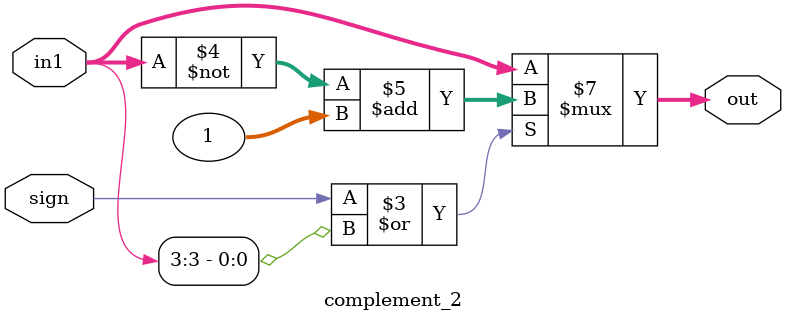
<source format=sv>
module complement_2(in1,sign,out);
input logic [3:-46] in1;
input logic sign;
output logic [3:-46] out;
	always_comb begin
		if(sign|(in1[3]==1))
			out=~in1+1;
		else
			out=in1;
	end
endmodule
</source>
